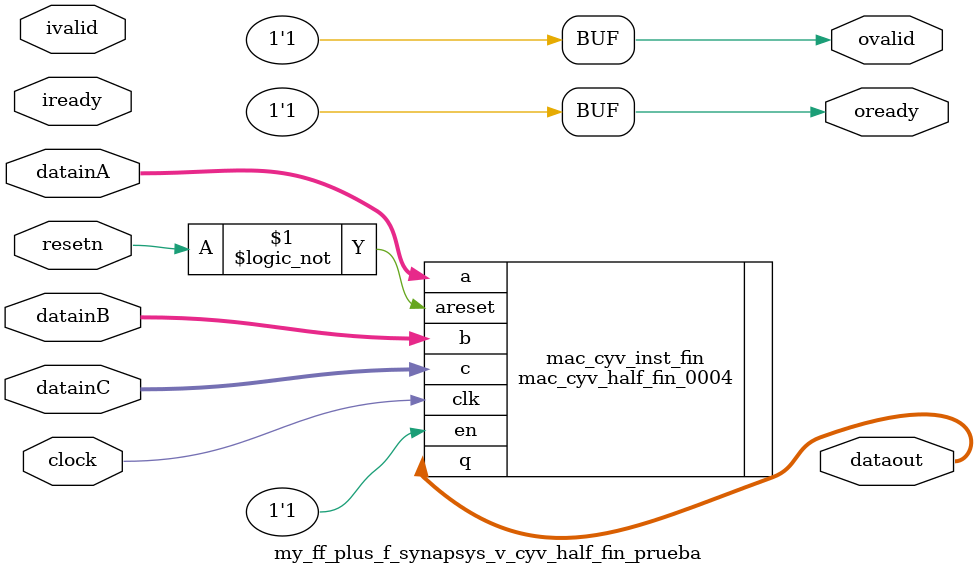
<source format=v>
module my_ff_plus_f_synapsys_v_cyv_half_fin_prueba (

	input   clock,
	input   resetn,
	input   ivalid, 
	input   iready,
	output  ovalid, 
	output  oready,
	input   [31:0] datainC,	
	input   [15:0]  datainA,
	input   [15:0] datainB,
	output   [15:0]  dataout);
	
	
	
	/*
  logic [31:0] result_float;
  logic [31:0] result_float_reg;
  logic [31:0] result_float_reg2;
  logic [15:0] resulta_sfixed;
  
  logic		valid_reg;
  logic 	valid_reg2;
  logic		valid_reg3;
  logic		valid_reg4;
  logic signed [31:0] resulta_sfixed_reg1;
  
  logic [15:0] datain_reg, datain_reg2,datain_reg3, datain_reg4;
  */
  assign ovalid = 1'b1;
  assign oready = 1'b1;
  // ivalid, iready, resetn are ignored
  
/*
	multiplicador_ff u0 ( //latencia de 3
		.clk    (clock),    //   input,   width = 1,    clk.clk
		.areset (!resetn), //   input,   width = 1, areset.reset
		.a      (datainA),      //   input,  width = 32,      a.a
		.b      (datainB),      //   input,  width = 32,      b.b
		.q      (result_float)       //  output,  width = 32,      q.q
	);
	*/
	
	//latencia 4
	mac_cyv_half_fin_0004 mac_cyv_inst_fin (
		.clk    (clock),    //    clk.clk
		.areset (!resetn), // areset.reset
		.en     (1'b1),     //     en.en
		.a      (datainA),      //      a.a
		.b      (datainB),      //      b.b
		.c      (datainC),      //      c.c
		.q      (dataout)       //      q.q
	);


	 
	 
endmodule

</source>
